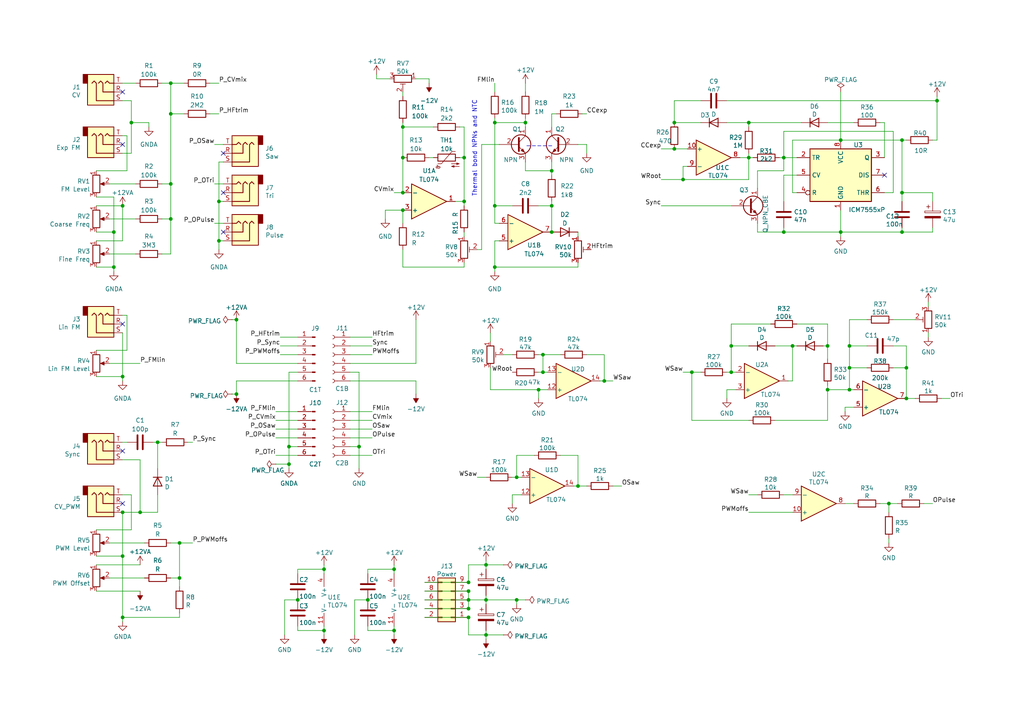
<source format=kicad_sch>
(kicad_sch (version 20210606) (generator eeschema)
  (paper "A4")
  (title_block (title "Three Wave VCO - v1") (rev "1"))
  (junction (at 33.02 67.31) (diameter 0.9144))
  (junction (at 33.02 77.47) (diameter 0.9144))
  (junction (at 35.56 59.69) (diameter 0.9144))
  (junction (at 35.56 109.22) (diameter 0.9144))
  (junction (at 35.56 148.59) (diameter 0.9144))
  (junction (at 35.56 161.29) (diameter 0.9144))
  (junction (at 35.56 179.07) (diameter 0.9144))
  (junction (at 38.1 35.56) (diameter 0.9144))
  (junction (at 40.64 148.59) (diameter 0.9144))
  (junction (at 45.72 128.27) (diameter 0.9144))
  (junction (at 49.53 24.13) (diameter 0.9144))
  (junction (at 49.53 33.02) (diameter 0.9144))
  (junction (at 49.53 53.34) (diameter 0.9144))
  (junction (at 49.53 63.5) (diameter 0.9144))
  (junction (at 52.07 157.48) (diameter 0.9144))
  (junction (at 52.07 167.64) (diameter 0.9144))
  (junction (at 63.5 58.42) (diameter 0.9144))
  (junction (at 63.5 69.85) (diameter 0.9144))
  (junction (at 68.58 92.71) (diameter 0.9144))
  (junction (at 68.58 114.3) (diameter 0.9144))
  (junction (at 83.82 129.54) (diameter 0.9144))
  (junction (at 83.82 134.62) (diameter 0.9144))
  (junction (at 86.36 173.99) (diameter 0.9144))
  (junction (at 93.98 165.1) (diameter 0.9144))
  (junction (at 93.98 182.88) (diameter 0.9144))
  (junction (at 104.14 129.54) (diameter 0.9144))
  (junction (at 106.68 173.99) (diameter 0.9144))
  (junction (at 114.3 165.1) (diameter 0.9144))
  (junction (at 114.3 182.88) (diameter 0.9144))
  (junction (at 116.84 36.83) (diameter 0.9144))
  (junction (at 116.84 45.72) (diameter 0.9144))
  (junction (at 116.84 55.88) (diameter 0.9144))
  (junction (at 116.84 60.96) (diameter 0.9144))
  (junction (at 134.62 45.72) (diameter 0.9144))
  (junction (at 134.62 58.42) (diameter 0.9144))
  (junction (at 135.89 168.91) (diameter 0.9144))
  (junction (at 135.89 171.45) (diameter 0.9144))
  (junction (at 135.89 173.99) (diameter 0.9144))
  (junction (at 135.89 176.53) (diameter 0.9144))
  (junction (at 135.89 179.07) (diameter 0.9144))
  (junction (at 140.97 163.83) (diameter 0.9144))
  (junction (at 140.97 173.99) (diameter 0.9144))
  (junction (at 140.97 184.15) (diameter 0.9144))
  (junction (at 143.51 35.56) (diameter 0.9144))
  (junction (at 143.51 59.69) (diameter 0.9144))
  (junction (at 143.51 77.47) (diameter 0.9144))
  (junction (at 149.86 138.43) (diameter 0.9144))
  (junction (at 149.86 173.99) (diameter 0.9144))
  (junction (at 152.4 35.56) (diameter 0.9144))
  (junction (at 156.21 113.03) (diameter 0.9144))
  (junction (at 157.48 102.87) (diameter 0.9144))
  (junction (at 157.48 107.95) (diameter 0.9144))
  (junction (at 160.02 49.53) (diameter 0.9144))
  (junction (at 160.02 59.69) (diameter 0.9144))
  (junction (at 160.02 67.31) (diameter 0.9144))
  (junction (at 167.64 140.97) (diameter 0.9144))
  (junction (at 175.26 110.49) (diameter 0.9144))
  (junction (at 195.58 35.56) (diameter 0.9144))
  (junction (at 195.58 43.18) (diameter 0.9144))
  (junction (at 198.12 52.07) (diameter 0.9144))
  (junction (at 200.66 107.95) (diameter 0.9144))
  (junction (at 212.09 100.33) (diameter 0.9144))
  (junction (at 212.09 107.95) (diameter 0.9144))
  (junction (at 217.17 35.56) (diameter 0.9144))
  (junction (at 217.17 45.72) (diameter 0.9144))
  (junction (at 227.33 45.72) (diameter 0.9144))
  (junction (at 227.33 67.31) (diameter 0.9144))
  (junction (at 229.87 100.33) (diameter 0.9144))
  (junction (at 240.03 100.33) (diameter 0.9144))
  (junction (at 240.03 113.03) (diameter 0.9144))
  (junction (at 243.84 40.64) (diameter 0.9144))
  (junction (at 243.84 67.31) (diameter 0.9144))
  (junction (at 246.38 100.33) (diameter 0.9144))
  (junction (at 246.38 106.68) (diameter 0.9144))
  (junction (at 246.38 113.03) (diameter 0.9144))
  (junction (at 257.81 146.05) (diameter 0.9144))
  (junction (at 261.62 40.64) (diameter 0.9144))
  (junction (at 261.62 55.88) (diameter 0.9144))
  (junction (at 261.62 67.31) (diameter 0.9144))
  (junction (at 262.89 106.68) (diameter 0.9144))
  (junction (at 262.89 115.57) (diameter 0.9144))
  (junction (at 271.78 29.21) (diameter 0.9144))
  (no_connect (at 35.56 26.67))
  (no_connect (at 35.56 41.91))
  (no_connect (at 35.56 93.98))
  (no_connect (at 35.56 130.81))
  (no_connect (at 35.56 146.05))
  (no_connect (at 64.77 44.45))
  (no_connect (at 64.77 55.88))
  (no_connect (at 64.77 67.31))
  (no_connect (at 256.54 50.8))
  (wire (pts (xy 27.94 57.15) (xy 33.02 57.15)))
  (wire (pts (xy 27.94 59.69) (xy 35.56 59.69)))
  (wire (pts (xy 27.94 67.31) (xy 33.02 67.31)))
  (wire (pts (xy 27.94 69.85) (xy 35.56 69.85)))
  (wire (pts (xy 27.94 77.47) (xy 33.02 77.47)))
  (wire (pts (xy 27.94 101.6) (xy 36.83 101.6)))
  (wire (pts (xy 27.94 153.67) (xy 38.1 153.67)))
  (wire (pts (xy 27.94 161.29) (xy 35.56 161.29)))
  (wire (pts (xy 27.94 163.83) (xy 40.64 163.83)))
  (wire (pts (xy 27.94 171.45) (xy 40.64 171.45)))
  (wire (pts (xy 31.75 53.34) (xy 39.37 53.34)))
  (wire (pts (xy 31.75 63.5) (xy 39.37 63.5)))
  (wire (pts (xy 31.75 73.66) (xy 39.37 73.66)))
  (wire (pts (xy 31.75 105.41) (xy 40.64 105.41)))
  (wire (pts (xy 31.75 157.48) (xy 41.91 157.48)))
  (wire (pts (xy 31.75 167.64) (xy 41.91 167.64)))
  (wire (pts (xy 33.02 57.15) (xy 33.02 67.31)))
  (wire (pts (xy 33.02 67.31) (xy 33.02 77.47)))
  (wire (pts (xy 33.02 77.47) (xy 33.02 78.74)))
  (wire (pts (xy 35.56 24.13) (xy 39.37 24.13)))
  (wire (pts (xy 35.56 39.37) (xy 36.83 39.37)))
  (wire (pts (xy 35.56 69.85) (xy 35.56 59.69)))
  (wire (pts (xy 35.56 96.52) (xy 35.56 109.22)))
  (wire (pts (xy 35.56 109.22) (xy 27.94 109.22)))
  (wire (pts (xy 35.56 110.49) (xy 35.56 109.22)))
  (wire (pts (xy 35.56 128.27) (xy 36.83 128.27)))
  (wire (pts (xy 35.56 148.59) (xy 40.64 148.59)))
  (wire (pts (xy 35.56 161.29) (xy 35.56 148.59)))
  (wire (pts (xy 35.56 161.29) (xy 35.56 179.07)))
  (wire (pts (xy 35.56 179.07) (xy 35.56 180.34)))
  (wire (pts (xy 35.56 179.07) (xy 52.07 179.07)))
  (wire (pts (xy 36.83 39.37) (xy 36.83 49.53)))
  (wire (pts (xy 36.83 49.53) (xy 27.94 49.53)))
  (wire (pts (xy 36.83 91.44) (xy 35.56 91.44)))
  (wire (pts (xy 36.83 101.6) (xy 36.83 91.44)))
  (wire (pts (xy 38.1 29.21) (xy 35.56 29.21)))
  (wire (pts (xy 38.1 35.56) (xy 38.1 29.21)))
  (wire (pts (xy 38.1 35.56) (xy 43.18 35.56)))
  (wire (pts (xy 38.1 44.45) (xy 35.56 44.45)))
  (wire (pts (xy 38.1 44.45) (xy 38.1 35.56)))
  (wire (pts (xy 38.1 143.51) (xy 35.56 143.51)))
  (wire (pts (xy 38.1 153.67) (xy 38.1 143.51)))
  (wire (pts (xy 40.64 133.35) (xy 35.56 133.35)))
  (wire (pts (xy 40.64 148.59) (xy 40.64 133.35)))
  (wire (pts (xy 43.18 36.83) (xy 43.18 35.56)))
  (wire (pts (xy 44.45 128.27) (xy 45.72 128.27)))
  (wire (pts (xy 45.72 128.27) (xy 45.72 135.89)))
  (wire (pts (xy 45.72 128.27) (xy 46.99 128.27)))
  (wire (pts (xy 45.72 143.51) (xy 45.72 148.59)))
  (wire (pts (xy 45.72 148.59) (xy 40.64 148.59)))
  (wire (pts (xy 46.99 53.34) (xy 49.53 53.34)))
  (wire (pts (xy 49.53 24.13) (xy 46.99 24.13)))
  (wire (pts (xy 49.53 24.13) (xy 53.34 24.13)))
  (wire (pts (xy 49.53 33.02) (xy 49.53 24.13)))
  (wire (pts (xy 49.53 33.02) (xy 49.53 53.34)))
  (wire (pts (xy 49.53 33.02) (xy 53.34 33.02)))
  (wire (pts (xy 49.53 53.34) (xy 49.53 63.5)))
  (wire (pts (xy 49.53 63.5) (xy 46.99 63.5)))
  (wire (pts (xy 49.53 63.5) (xy 49.53 73.66)))
  (wire (pts (xy 49.53 73.66) (xy 46.99 73.66)))
  (wire (pts (xy 49.53 157.48) (xy 52.07 157.48)))
  (wire (pts (xy 52.07 157.48) (xy 52.07 167.64)))
  (wire (pts (xy 52.07 157.48) (xy 55.88 157.48)))
  (wire (pts (xy 52.07 167.64) (xy 49.53 167.64)))
  (wire (pts (xy 52.07 167.64) (xy 52.07 170.18)))
  (wire (pts (xy 52.07 179.07) (xy 52.07 177.8)))
  (wire (pts (xy 54.61 128.27) (xy 55.88 128.27)))
  (wire (pts (xy 60.96 24.13) (xy 63.5 24.13)))
  (wire (pts (xy 60.96 33.02) (xy 63.5 33.02)))
  (wire (pts (xy 62.23 41.91) (xy 64.77 41.91)))
  (wire (pts (xy 62.23 53.34) (xy 64.77 53.34)))
  (wire (pts (xy 62.23 64.77) (xy 64.77 64.77)))
  (wire (pts (xy 63.5 46.99) (xy 63.5 58.42)))
  (wire (pts (xy 63.5 58.42) (xy 63.5 69.85)))
  (wire (pts (xy 63.5 58.42) (xy 64.77 58.42)))
  (wire (pts (xy 63.5 69.85) (xy 63.5 72.39)))
  (wire (pts (xy 63.5 69.85) (xy 64.77 69.85)))
  (wire (pts (xy 64.77 46.99) (xy 63.5 46.99)))
  (wire (pts (xy 67.31 92.71) (xy 68.58 92.71)))
  (wire (pts (xy 68.58 92.71) (xy 68.58 105.41)))
  (wire (pts (xy 68.58 105.41) (xy 86.36 105.41)))
  (wire (pts (xy 68.58 110.49) (xy 86.36 110.49)))
  (wire (pts (xy 68.58 114.3) (xy 67.31 114.3)))
  (wire (pts (xy 68.58 114.3) (xy 68.58 110.49)))
  (wire (pts (xy 80.01 119.38) (xy 86.36 119.38)))
  (wire (pts (xy 80.01 121.92) (xy 86.36 121.92)))
  (wire (pts (xy 80.01 124.46) (xy 86.36 124.46)))
  (wire (pts (xy 80.01 127) (xy 86.36 127)))
  (wire (pts (xy 80.01 132.08) (xy 86.36 132.08)))
  (wire (pts (xy 80.01 134.62) (xy 83.82 134.62)))
  (wire (pts (xy 81.28 97.79) (xy 86.36 97.79)))
  (wire (pts (xy 81.28 100.33) (xy 86.36 100.33)))
  (wire (pts (xy 81.28 102.87) (xy 86.36 102.87)))
  (wire (pts (xy 82.55 173.99) (xy 86.36 173.99)))
  (wire (pts (xy 82.55 184.15) (xy 82.55 173.99)))
  (wire (pts (xy 83.82 107.95) (xy 83.82 129.54)))
  (wire (pts (xy 83.82 107.95) (xy 86.36 107.95)))
  (wire (pts (xy 83.82 129.54) (xy 83.82 134.62)))
  (wire (pts (xy 83.82 129.54) (xy 86.36 129.54)))
  (wire (pts (xy 83.82 134.62) (xy 83.82 135.89)))
  (wire (pts (xy 86.36 165.1) (xy 86.36 166.37)))
  (wire (pts (xy 86.36 165.1) (xy 93.98 165.1)))
  (wire (pts (xy 86.36 181.61) (xy 86.36 182.88)))
  (wire (pts (xy 86.36 182.88) (xy 93.98 182.88)))
  (wire (pts (xy 93.98 163.83) (xy 93.98 165.1)))
  (wire (pts (xy 93.98 165.1) (xy 93.98 166.37)))
  (wire (pts (xy 93.98 182.88) (xy 93.98 181.61)))
  (wire (pts (xy 93.98 182.88) (xy 93.98 184.15)))
  (wire (pts (xy 101.6 97.79) (xy 107.95 97.79)))
  (wire (pts (xy 101.6 100.33) (xy 107.95 100.33)))
  (wire (pts (xy 101.6 102.87) (xy 107.95 102.87)))
  (wire (pts (xy 101.6 105.41) (xy 120.65 105.41)))
  (wire (pts (xy 101.6 107.95) (xy 104.14 107.95)))
  (wire (pts (xy 101.6 110.49) (xy 120.65 110.49)))
  (wire (pts (xy 101.6 119.38) (xy 107.95 119.38)))
  (wire (pts (xy 101.6 121.92) (xy 107.95 121.92)))
  (wire (pts (xy 101.6 124.46) (xy 107.95 124.46)))
  (wire (pts (xy 101.6 127) (xy 107.95 127)))
  (wire (pts (xy 101.6 129.54) (xy 104.14 129.54)))
  (wire (pts (xy 101.6 132.08) (xy 107.95 132.08)))
  (wire (pts (xy 102.87 173.99) (xy 106.68 173.99)))
  (wire (pts (xy 102.87 184.15) (xy 102.87 173.99)))
  (wire (pts (xy 104.14 107.95) (xy 104.14 129.54)))
  (wire (pts (xy 104.14 129.54) (xy 104.14 135.89)))
  (wire (pts (xy 106.68 165.1) (xy 106.68 166.37)))
  (wire (pts (xy 106.68 165.1) (xy 114.3 165.1)))
  (wire (pts (xy 106.68 181.61) (xy 106.68 182.88)))
  (wire (pts (xy 106.68 182.88) (xy 114.3 182.88)))
  (wire (pts (xy 109.22 21.59) (xy 109.22 22.86)))
  (wire (pts (xy 109.22 22.86) (xy 113.03 22.86)))
  (wire (pts (xy 111.76 60.96) (xy 116.84 60.96)))
  (wire (pts (xy 111.76 63.5) (xy 111.76 60.96)))
  (wire (pts (xy 114.3 55.88) (xy 116.84 55.88)))
  (wire (pts (xy 114.3 163.83) (xy 114.3 165.1)))
  (wire (pts (xy 114.3 165.1) (xy 114.3 166.37)))
  (wire (pts (xy 114.3 182.88) (xy 114.3 181.61)))
  (wire (pts (xy 114.3 182.88) (xy 114.3 184.15)))
  (wire (pts (xy 116.84 26.67) (xy 116.84 27.94)))
  (wire (pts (xy 116.84 35.56) (xy 116.84 36.83)))
  (wire (pts (xy 116.84 36.83) (xy 116.84 45.72)))
  (wire (pts (xy 116.84 36.83) (xy 125.73 36.83)))
  (wire (pts (xy 116.84 45.72) (xy 116.84 55.88)))
  (wire (pts (xy 116.84 60.96) (xy 116.84 64.77)))
  (wire (pts (xy 116.84 77.47) (xy 116.84 72.39)))
  (wire (pts (xy 120.65 22.86) (xy 124.46 22.86)))
  (wire (pts (xy 120.65 92.71) (xy 120.65 105.41)))
  (wire (pts (xy 120.65 114.3) (xy 120.65 110.49)))
  (wire (pts (xy 123.19 168.91) (xy 135.89 168.91)))
  (wire (pts (xy 123.19 171.45) (xy 135.89 171.45)))
  (wire (pts (xy 123.19 173.99) (xy 135.89 173.99)))
  (wire (pts (xy 123.19 176.53) (xy 135.89 176.53)))
  (wire (pts (xy 123.19 179.07) (xy 135.89 179.07)))
  (wire (pts (xy 124.46 22.86) (xy 124.46 24.13)))
  (wire (pts (xy 124.46 45.72) (xy 125.73 45.72)))
  (wire (pts (xy 133.35 36.83) (xy 134.62 36.83)))
  (wire (pts (xy 134.62 36.83) (xy 134.62 45.72)))
  (wire (pts (xy 134.62 45.72) (xy 133.35 45.72)))
  (wire (pts (xy 134.62 45.72) (xy 134.62 58.42)))
  (wire (pts (xy 134.62 58.42) (xy 132.08 58.42)))
  (wire (pts (xy 134.62 58.42) (xy 134.62 59.69)))
  (wire (pts (xy 134.62 67.31) (xy 134.62 68.58)))
  (wire (pts (xy 134.62 76.2) (xy 134.62 77.47)))
  (wire (pts (xy 134.62 77.47) (xy 116.84 77.47)))
  (wire (pts (xy 135.89 163.83) (xy 140.97 163.83)))
  (wire (pts (xy 135.89 168.91) (xy 135.89 163.83)))
  (wire (pts (xy 135.89 171.45) (xy 135.89 173.99)))
  (wire (pts (xy 135.89 173.99) (xy 135.89 176.53)))
  (wire (pts (xy 135.89 173.99) (xy 140.97 173.99)))
  (wire (pts (xy 135.89 179.07) (xy 135.89 184.15)))
  (wire (pts (xy 135.89 184.15) (xy 140.97 184.15)))
  (wire (pts (xy 138.43 72.39) (xy 139.7 72.39)))
  (wire (pts (xy 138.43 138.43) (xy 140.97 138.43)))
  (wire (pts (xy 139.7 41.91) (xy 144.78 41.91)))
  (wire (pts (xy 139.7 72.39) (xy 139.7 41.91)))
  (wire (pts (xy 140.97 162.56) (xy 140.97 163.83)))
  (wire (pts (xy 140.97 163.83) (xy 140.97 165.1)))
  (wire (pts (xy 140.97 163.83) (xy 146.05 163.83)))
  (wire (pts (xy 140.97 172.72) (xy 140.97 173.99)))
  (wire (pts (xy 140.97 173.99) (xy 140.97 175.26)))
  (wire (pts (xy 140.97 173.99) (xy 149.86 173.99)))
  (wire (pts (xy 140.97 184.15) (xy 140.97 182.88)))
  (wire (pts (xy 140.97 184.15) (xy 140.97 185.42)))
  (wire (pts (xy 140.97 184.15) (xy 146.05 184.15)))
  (wire (pts (xy 142.24 96.52) (xy 142.24 99.06)))
  (wire (pts (xy 142.24 113.03) (xy 142.24 106.68)))
  (wire (pts (xy 143.51 24.13) (xy 143.51 26.67)))
  (wire (pts (xy 143.51 34.29) (xy 143.51 35.56)))
  (wire (pts (xy 143.51 35.56) (xy 143.51 59.69)))
  (wire (pts (xy 143.51 59.69) (xy 143.51 64.77)))
  (wire (pts (xy 143.51 59.69) (xy 148.59 59.69)))
  (wire (pts (xy 143.51 64.77) (xy 144.78 64.77)))
  (wire (pts (xy 143.51 69.85) (xy 143.51 77.47)))
  (wire (pts (xy 143.51 77.47) (xy 143.51 78.74)))
  (wire (pts (xy 144.78 69.85) (xy 143.51 69.85)))
  (wire (pts (xy 146.05 102.87) (xy 148.59 102.87)))
  (wire (pts (xy 148.59 138.43) (xy 149.86 138.43)))
  (wire (pts (xy 148.59 143.51) (xy 151.13 143.51)))
  (wire (pts (xy 148.59 146.05) (xy 148.59 143.51)))
  (wire (pts (xy 149.86 132.08) (xy 154.94 132.08)))
  (wire (pts (xy 149.86 138.43) (xy 149.86 132.08)))
  (wire (pts (xy 149.86 138.43) (xy 151.13 138.43)))
  (wire (pts (xy 149.86 173.99) (xy 149.86 175.26)))
  (wire (pts (xy 149.86 173.99) (xy 152.4 173.99)))
  (wire (pts (xy 152.4 24.13) (xy 152.4 26.67)))
  (wire (pts (xy 152.4 34.29) (xy 152.4 35.56)))
  (wire (pts (xy 152.4 35.56) (xy 143.51 35.56)))
  (wire (pts (xy 152.4 35.56) (xy 152.4 36.83)))
  (wire (pts (xy 152.4 46.99) (xy 152.4 49.53)))
  (wire (pts (xy 152.4 49.53) (xy 160.02 49.53)))
  (wire (pts (xy 156.21 59.69) (xy 160.02 59.69)))
  (wire (pts (xy 156.21 107.95) (xy 157.48 107.95)))
  (wire (pts (xy 156.21 113.03) (xy 142.24 113.03)))
  (wire (pts (xy 156.21 113.03) (xy 156.21 115.57)))
  (wire (pts (xy 157.48 102.87) (xy 156.21 102.87)))
  (wire (pts (xy 157.48 102.87) (xy 162.56 102.87)))
  (wire (pts (xy 157.48 107.95) (xy 157.48 102.87)))
  (wire (pts (xy 157.48 107.95) (xy 158.75 107.95)))
  (wire (pts (xy 158.75 113.03) (xy 156.21 113.03)))
  (wire (pts (xy 160.02 33.02) (xy 160.02 36.83)))
  (wire (pts (xy 160.02 49.53) (xy 160.02 46.99)))
  (wire (pts (xy 160.02 49.53) (xy 160.02 50.8)))
  (wire (pts (xy 160.02 58.42) (xy 160.02 59.69)))
  (wire (pts (xy 160.02 59.69) (xy 160.02 67.31)))
  (wire (pts (xy 161.29 33.02) (xy 160.02 33.02)))
  (wire (pts (xy 162.56 132.08) (xy 167.64 132.08)))
  (wire (pts (xy 167.64 41.91) (xy 170.18 41.91)))
  (wire (pts (xy 167.64 67.31) (xy 167.64 68.58)))
  (wire (pts (xy 167.64 76.2) (xy 167.64 77.47)))
  (wire (pts (xy 167.64 77.47) (xy 143.51 77.47)))
  (wire (pts (xy 167.64 132.08) (xy 167.64 140.97)))
  (wire (pts (xy 167.64 140.97) (xy 166.37 140.97)))
  (wire (pts (xy 167.64 140.97) (xy 170.18 140.97)))
  (wire (pts (xy 168.91 33.02) (xy 170.18 33.02)))
  (wire (pts (xy 170.18 41.91) (xy 170.18 44.45)))
  (wire (pts (xy 170.18 102.87) (xy 175.26 102.87)))
  (wire (pts (xy 175.26 102.87) (xy 175.26 110.49)))
  (wire (pts (xy 175.26 110.49) (xy 173.99 110.49)))
  (wire (pts (xy 175.26 110.49) (xy 177.8 110.49)))
  (wire (pts (xy 177.8 140.97) (xy 180.34 140.97)))
  (wire (pts (xy 191.77 43.18) (xy 195.58 43.18)))
  (wire (pts (xy 191.77 52.07) (xy 198.12 52.07)))
  (wire (pts (xy 191.77 59.69) (xy 212.09 59.69)))
  (wire (pts (xy 195.58 29.21) (xy 203.2 29.21)))
  (wire (pts (xy 195.58 35.56) (xy 195.58 29.21)))
  (wire (pts (xy 195.58 35.56) (xy 203.2 35.56)))
  (wire (pts (xy 195.58 43.18) (xy 199.39 43.18)))
  (wire (pts (xy 198.12 48.26) (xy 199.39 48.26)))
  (wire (pts (xy 198.12 52.07) (xy 198.12 48.26)))
  (wire (pts (xy 198.12 107.95) (xy 200.66 107.95)))
  (wire (pts (xy 200.66 107.95) (xy 200.66 121.92)))
  (wire (pts (xy 200.66 121.92) (xy 217.17 121.92)))
  (wire (pts (xy 203.2 107.95) (xy 200.66 107.95)))
  (wire (pts (xy 210.82 29.21) (xy 271.78 29.21)))
  (wire (pts (xy 210.82 35.56) (xy 217.17 35.56)))
  (wire (pts (xy 210.82 107.95) (xy 212.09 107.95)))
  (wire (pts (xy 210.82 113.03) (xy 210.82 115.57)))
  (wire (pts (xy 212.09 93.98) (xy 223.52 93.98)))
  (wire (pts (xy 212.09 100.33) (xy 212.09 93.98)))
  (wire (pts (xy 212.09 100.33) (xy 217.17 100.33)))
  (wire (pts (xy 212.09 107.95) (xy 212.09 100.33)))
  (wire (pts (xy 212.09 107.95) (xy 213.36 107.95)))
  (wire (pts (xy 213.36 113.03) (xy 210.82 113.03)))
  (wire (pts (xy 214.63 45.72) (xy 217.17 45.72)))
  (wire (pts (xy 217.17 35.56) (xy 232.41 35.56)))
  (wire (pts (xy 217.17 36.83) (xy 217.17 35.56)))
  (wire (pts (xy 217.17 45.72) (xy 217.17 44.45)))
  (wire (pts (xy 217.17 45.72) (xy 217.17 52.07)))
  (wire (pts (xy 217.17 45.72) (xy 218.44 45.72)))
  (wire (pts (xy 217.17 52.07) (xy 198.12 52.07)))
  (wire (pts (xy 217.17 143.51) (xy 219.71 143.51)))
  (wire (pts (xy 217.17 148.59) (xy 229.87 148.59)))
  (wire (pts (xy 219.71 49.53) (xy 219.71 54.61)))
  (wire (pts (xy 219.71 64.77) (xy 219.71 67.31)))
  (wire (pts (xy 219.71 67.31) (xy 227.33 67.31)))
  (wire (pts (xy 224.79 100.33) (xy 229.87 100.33)))
  (wire (pts (xy 226.06 45.72) (xy 227.33 45.72)))
  (wire (pts (xy 227.33 38.1) (xy 227.33 45.72)))
  (wire (pts (xy 227.33 38.1) (xy 259.08 38.1)))
  (wire (pts (xy 227.33 45.72) (xy 227.33 49.53)))
  (wire (pts (xy 227.33 45.72) (xy 231.14 45.72)))
  (wire (pts (xy 227.33 49.53) (xy 219.71 49.53)))
  (wire (pts (xy 227.33 50.8) (xy 227.33 58.42)))
  (wire (pts (xy 227.33 66.04) (xy 227.33 67.31)))
  (wire (pts (xy 227.33 67.31) (xy 243.84 67.31)))
  (wire (pts (xy 227.33 143.51) (xy 229.87 143.51)))
  (wire (pts (xy 229.87 40.64) (xy 243.84 40.64)))
  (wire (pts (xy 229.87 55.88) (xy 229.87 40.64)))
  (wire (pts (xy 229.87 100.33) (xy 229.87 110.49)))
  (wire (pts (xy 229.87 100.33) (xy 231.14 100.33)))
  (wire (pts (xy 229.87 110.49) (xy 228.6 110.49)))
  (wire (pts (xy 231.14 50.8) (xy 227.33 50.8)))
  (wire (pts (xy 231.14 55.88) (xy 229.87 55.88)))
  (wire (pts (xy 238.76 100.33) (xy 240.03 100.33)))
  (wire (pts (xy 240.03 35.56) (xy 247.65 35.56)))
  (wire (pts (xy 240.03 93.98) (xy 231.14 93.98)))
  (wire (pts (xy 240.03 100.33) (xy 240.03 93.98)))
  (wire (pts (xy 240.03 100.33) (xy 240.03 104.14)))
  (wire (pts (xy 240.03 111.76) (xy 240.03 113.03)))
  (wire (pts (xy 240.03 113.03) (xy 240.03 121.92)))
  (wire (pts (xy 240.03 113.03) (xy 246.38 113.03)))
  (wire (pts (xy 240.03 121.92) (xy 224.79 121.92)))
  (wire (pts (xy 243.84 26.67) (xy 243.84 40.64)))
  (wire (pts (xy 243.84 40.64) (xy 261.62 40.64)))
  (wire (pts (xy 243.84 67.31) (xy 243.84 60.96)))
  (wire (pts (xy 243.84 67.31) (xy 243.84 68.58)))
  (wire (pts (xy 243.84 67.31) (xy 261.62 67.31)))
  (wire (pts (xy 245.11 118.11) (xy 247.65 118.11)))
  (wire (pts (xy 245.11 119.38) (xy 245.11 118.11)))
  (wire (pts (xy 245.11 146.05) (xy 247.65 146.05)))
  (wire (pts (xy 246.38 92.71) (xy 246.38 100.33)))
  (wire (pts (xy 246.38 100.33) (xy 251.46 100.33)))
  (wire (pts (xy 246.38 106.68) (xy 246.38 100.33)))
  (wire (pts (xy 246.38 106.68) (xy 251.46 106.68)))
  (wire (pts (xy 246.38 113.03) (xy 246.38 106.68)))
  (wire (pts (xy 246.38 113.03) (xy 247.65 113.03)))
  (wire (pts (xy 251.46 92.71) (xy 246.38 92.71)))
  (wire (pts (xy 255.27 35.56) (xy 256.54 35.56)))
  (wire (pts (xy 255.27 146.05) (xy 257.81 146.05)))
  (wire (pts (xy 256.54 35.56) (xy 256.54 45.72)))
  (wire (pts (xy 257.81 146.05) (xy 257.81 148.59)))
  (wire (pts (xy 257.81 146.05) (xy 260.35 146.05)))
  (wire (pts (xy 257.81 156.21) (xy 257.81 157.48)))
  (wire (pts (xy 259.08 38.1) (xy 259.08 55.88)))
  (wire (pts (xy 259.08 55.88) (xy 256.54 55.88)))
  (wire (pts (xy 259.08 92.71) (xy 265.43 92.71)))
  (wire (pts (xy 259.08 100.33) (xy 262.89 100.33)))
  (wire (pts (xy 261.62 40.64) (xy 261.62 55.88)))
  (wire (pts (xy 261.62 40.64) (xy 262.89 40.64)))
  (wire (pts (xy 261.62 55.88) (xy 261.62 58.42)))
  (wire (pts (xy 261.62 67.31) (xy 261.62 66.04)))
  (wire (pts (xy 261.62 67.31) (xy 270.51 67.31)))
  (wire (pts (xy 262.89 106.68) (xy 259.08 106.68)))
  (wire (pts (xy 262.89 106.68) (xy 262.89 100.33)))
  (wire (pts (xy 262.89 115.57) (xy 262.89 106.68)))
  (wire (pts (xy 262.89 115.57) (xy 265.43 115.57)))
  (wire (pts (xy 267.97 146.05) (xy 270.51 146.05)))
  (wire (pts (xy 269.24 87.63) (xy 269.24 88.9)))
  (wire (pts (xy 269.24 96.52) (xy 269.24 97.79)))
  (wire (pts (xy 270.51 55.88) (xy 261.62 55.88)))
  (wire (pts (xy 270.51 58.42) (xy 270.51 55.88)))
  (wire (pts (xy 270.51 67.31) (xy 270.51 66.04)))
  (wire (pts (xy 271.78 27.94) (xy 271.78 29.21)))
  (wire (pts (xy 271.78 29.21) (xy 271.78 40.64)))
  (wire (pts (xy 271.78 40.64) (xy 270.51 40.64)))
  (wire (pts (xy 273.05 115.57) (xy 275.59 115.57)))
  (text "Thermal bond NPNs and NTC" (at 138.43 57.15 90) (effects (font (size 1.27 1.27)) (justify left bottom)))
  (text "-----" (at 152.4 43.18 0) (effects (font (size 1.27 1.27)) (justify left bottom)))
  (label "P_FMlin" (at 40.64 105.41 0))
  (label "P_Sync" (at 55.88 128.27 0))
  (label "P_PWMoffs" (at 55.88 157.48 0))
  (label "P_OSaw" (at 62.23 41.91 180))
  (label "P_OTri" (at 62.23 53.34 180))
  (label "P_OPulse" (at 62.23 64.77 180))
  (label "P_CVmix" (at 63.5 24.13 0))
  (label "P_HFtrim" (at 63.5 33.02 0))
  (label "P_FMlin" (at 80.01 119.38 180))
  (label "P_CVmix" (at 80.01 121.92 180))
  (label "P_OSaw" (at 80.01 124.46 180))
  (label "P_OPulse" (at 80.01 127 180))
  (label "P_OTri" (at 80.01 132.08 180))
  (label "P_HFtrim" (at 81.28 97.79 180))
  (label "P_Sync" (at 81.28 100.33 180))
  (label "P_PWMoffs" (at 81.28 102.87 180))
  (label "HFtrim" (at 107.95 97.79 0))
  (label "Sync" (at 107.95 100.33 0))
  (label "PWMoffs" (at 107.95 102.87 0))
  (label "FMlin" (at 107.95 119.38 0))
  (label "CVmix" (at 107.95 121.92 0))
  (label "OSaw" (at 107.95 124.46 0))
  (label "OPulse" (at 107.95 127 0))
  (label "OTri" (at 107.95 132.08 0))
  (label "CVmix" (at 114.3 55.88 180))
  (label "WSaw" (at 138.43 138.43 180))
  (label "FMlin" (at 143.51 24.13 180))
  (label "WRoot" (at 148.59 107.95 180))
  (label "CCexp" (at 170.18 33.02 0))
  (label "HFtrim" (at 171.45 72.39 0))
  (label "WSaw" (at 177.8 110.49 0))
  (label "OSaw" (at 180.34 140.97 0))
  (label "CCexp" (at 191.77 43.18 180))
  (label "WRoot" (at 191.77 52.07 180))
  (label "Sync" (at 191.77 59.69 180))
  (label "WSaw" (at 198.12 107.95 180))
  (label "WSaw" (at 217.17 143.51 180))
  (label "PWMoffs" (at 217.17 148.59 180))
  (label "OPulse" (at 270.51 146.05 0))
  (label "OTri" (at 275.59 115.57 0))
  (symbol (lib_id "power:+12VA") (at 35.56 59.69 0) (unit 1)
    (property "Reference" "#PWR02" (effects hide))
    (property "Value" "+12VA" (at 35.56 55.88 0))
  )
  (symbol (lib_id "power:+12VA") (at 40.64 163.83 0) (unit 1)
    (property "Reference" "#PWR05" (effects hide))
    (property "Value" "+12VA" (at 40.64 160.02 0))
  )
  (symbol (lib_id "power:-12VA") (at 40.64 171.45 180) (unit 1)
    (property "Reference" "#PWR06" (effects hide))
    (property "Value" "-12VA" (at 40.64 176.53 0))
  )
  (symbol (lib_id "power:+12VA") (at 68.58 92.71 0) (unit 1)
    (property "Reference" "#PWR08" (effects hide))
    (property "Value" "+12VA" (at 68.58 89.1626 0))
  )
  (symbol (lib_id "power:-12VA") (at 68.58 114.3 180) (unit 1)
    (property "Reference" "#PWR09" (effects hide))
    (property "Value" "-12VA" (at 68.58 118.6244 0))
  )
  (symbol (lib_id "power:+12V") (at 93.98 163.83 0) (unit 1)
    (property "Reference" "#PWR012" (effects hide))
    (property "Value" "+12V" (at 93.98 160.2826 0))
  )
  (symbol (lib_id "power:-12V") (at 93.98 184.15 180) (unit 1)
    (property "Reference" "#PWR013" (effects hide))
    (property "Value" "-12V" (at 93.98 188.4744 0))
  )
  (symbol (lib_id "power:+12V") (at 109.22 21.59 0) (unit 1)
    (property "Reference" "#PWR018" (effects hide))
    (property "Value" "+12V" (at 109.22 17.78 0))
  )
  (symbol (lib_id "power:+12V") (at 114.3 163.83 0) (unit 1)
    (property "Reference" "#PWR020" (effects hide))
    (property "Value" "+12V" (at 114.3 160.2826 0))
  )
  (symbol (lib_id "power:-12V") (at 114.3 184.15 180) (unit 1)
    (property "Reference" "#PWR021" (effects hide))
    (property "Value" "-12V" (at 114.3 188.4744 0))
  )
  (symbol (lib_id "power:+12V") (at 120.65 92.71 0) (unit 1)
    (property "Reference" "#PWR016" (effects hide))
    (property "Value" "+12V" (at 120.65 89.1626 0))
  )
  (symbol (lib_id "power:-12V") (at 120.65 114.3 180) (unit 1)
    (property "Reference" "#PWR017" (effects hide))
    (property "Value" "-12V" (at 120.65 118.6244 0))
  )
  (symbol (lib_id "power:-12V") (at 124.46 24.13 180) (unit 1)
    (property "Reference" "#PWR022" (effects hide))
    (property "Value" "-12V" (at 124.46 29.21 0))
  )
  (symbol (lib_id "power:+12V") (at 140.97 162.56 0) (unit 1)
    (property "Reference" "#PWR023" (effects hide))
    (property "Value" "+12V" (at 140.97 159.0126 0))
  )
  (symbol (lib_id "power:-12V") (at 140.97 185.42 180) (unit 1)
    (property "Reference" "#PWR024" (effects hide))
    (property "Value" "-12V" (at 140.97 189.7444 0))
  )
  (symbol (lib_id "power:+12V") (at 142.24 96.52 0) (unit 1)
    (property "Reference" "#PWR025" (effects hide))
    (property "Value" "+12V" (at 142.24 92.9726 0))
  )
  (symbol (lib_id "power:+12V") (at 152.4 24.13 0) (unit 1)
    (property "Reference" "#PWR028" (effects hide))
    (property "Value" "+12V" (at 152.4 20.32 0))
  )
  (symbol (lib_id "power:+12V") (at 269.24 87.63 0) (unit 1)
    (property "Reference" "#PWR035" (effects hide))
    (property "Value" "+12V" (at 269.24 84.0826 0))
  )
  (symbol (lib_id "power:+12V") (at 271.78 27.94 0) (unit 1)
    (property "Reference" "#PWR037" (effects hide))
    (property "Value" "+12V" (at 271.78 24.3926 0))
  )
  (symbol (lib_id "power:PWR_FLAG") (at 67.31 92.71 90) (unit 1)
    (property "Reference" "#FLG0101" (effects hide))
    (property "Value" "PWR_FLAG" (at 64.135 93.0985 90) (effects (justify left)))
  )
  (symbol (lib_id "power:PWR_FLAG") (at 67.31 114.3 90) (unit 1)
    (property "Reference" "#FLG0104" (effects hide))
    (property "Value" "PWR_FLAG" (at 59.8805 114.8166 90))
  )
  (symbol (lib_id "power:PWR_FLAG") (at 80.01 134.62 90) (unit 1)
    (property "Reference" "#FLG0106" (effects hide))
    (property "Value" "PWR_FLAG" (at 77.6605 136.4066 90))
  )
  (symbol (lib_id "power:PWR_FLAG") (at 146.05 163.83 270) (unit 1)
    (property "Reference" "#FLG0103" (effects hide))
    (property "Value" "PWR_FLAG" (at 149.2251 164.2185 90) (effects (justify left)))
  )
  (symbol (lib_id "power:PWR_FLAG") (at 146.05 184.15 270) (unit 1)
    (property "Reference" "#FLG0102" (effects hide))
    (property "Value" "PWR_FLAG" (at 149.2251 184.5385 90) (effects (justify left)))
  )
  (symbol (lib_id "power:PWR_FLAG") (at 152.4 173.99 270) (unit 1)
    (property "Reference" "#FLG0105" (effects hide))
    (property "Value" "PWR_FLAG" (at 155.5751 174.3785 90) (effects (justify left)))
  )
  (symbol (lib_id "power:PWR_FLAG") (at 243.84 26.67 0) (unit 1)
    (property "Reference" "#FLG0107" (effects hide))
    (property "Value" "PWR_FLAG" (at 243.84 23.1226 0))
  )
  (symbol (lib_id "power:GNDA") (at 33.02 78.74 0) (unit 1)
    (property "Reference" "#PWR01" (effects hide))
    (property "Value" "GNDA" (at 33.02 83.82 0))
  )
  (symbol (lib_id "power:GNDA") (at 35.56 110.49 0) (unit 1)
    (property "Reference" "#PWR03" (effects hide))
    (property "Value" "GNDA" (at 35.56 115.57 0))
  )
  (symbol (lib_id "power:GNDA") (at 35.56 180.34 0) (unit 1)
    (property "Reference" "#PWR0103" (effects hide))
    (property "Value" "GNDA" (at 35.56 184.6644 0))
  )
  (symbol (lib_id "power:GNDA") (at 43.18 36.83 0) (unit 1)
    (property "Reference" "#PWR07" (effects hide))
    (property "Value" "GNDA" (at 43.18 41.91 0))
  )
  (symbol (lib_id "power:GNDA") (at 63.5 72.39 0) (unit 1)
    (property "Reference" "#PWR0104" (effects hide))
    (property "Value" "GNDA" (at 63.5 77.47 0))
  )
  (symbol (lib_id "power:GND") (at 82.55 184.15 0) (unit 1)
    (property "Reference" "#PWR010" (effects hide))
    (property "Value" "GND" (at 82.55 188.4744 0))
  )
  (symbol (lib_id "power:GNDA") (at 83.82 135.89 0) (unit 1)
    (property "Reference" "#PWR011" (effects hide))
    (property "Value" "GNDA" (at 83.82 140.2144 0))
  )
  (symbol (lib_id "power:GND") (at 102.87 184.15 0) (unit 1)
    (property "Reference" "#PWR014" (effects hide))
    (property "Value" "GND" (at 102.87 188.4744 0))
  )
  (symbol (lib_id "power:GND") (at 104.14 135.89 0) (unit 1)
    (property "Reference" "#PWR0101" (effects hide))
    (property "Value" "GND" (at 104.14 140.2144 0))
  )
  (symbol (lib_id "power:GND") (at 111.76 63.5 0) (unit 1)
    (property "Reference" "#PWR019" (effects hide))
    (property "Value" "GND" (at 111.76 68.58 0))
  )
  (symbol (lib_id "power:GND") (at 143.51 78.74 0) (unit 1)
    (property "Reference" "#PWR026" (effects hide))
    (property "Value" "GND" (at 143.51 83.82 0))
  )
  (symbol (lib_id "power:GND") (at 148.59 146.05 0) (unit 1)
    (property "Reference" "#PWR027" (effects hide))
    (property "Value" "GND" (at 148.59 150.3744 0))
  )
  (symbol (lib_id "power:GND") (at 149.86 175.26 0) (unit 1)
    (property "Reference" "#PWR0102" (effects hide))
    (property "Value" "GND" (at 149.86 179.5844 0))
  )
  (symbol (lib_id "power:GND") (at 156.21 115.57 0) (unit 1)
    (property "Reference" "#PWR029" (effects hide))
    (property "Value" "GND" (at 156.21 119.8944 0))
  )
  (symbol (lib_id "power:GND") (at 170.18 44.45 0) (unit 1)
    (property "Reference" "#PWR030" (effects hide))
    (property "Value" "GND" (at 170.18 49.53 0))
  )
  (symbol (lib_id "power:GND") (at 210.82 115.57 0) (unit 1)
    (property "Reference" "#PWR031" (effects hide))
    (property "Value" "GND" (at 210.82 119.8944 0))
  )
  (symbol (lib_id "power:GND") (at 243.84 68.58 0) (unit 1)
    (property "Reference" "#PWR033" (effects hide))
    (property "Value" "GND" (at 243.84 72.9044 0))
  )
  (symbol (lib_id "power:GND") (at 245.11 119.38 0) (unit 1)
    (property "Reference" "#PWR032" (effects hide))
    (property "Value" "GND" (at 245.11 123.7044 0))
  )
  (symbol (lib_id "power:GND") (at 257.81 157.48 0) (unit 1)
    (property "Reference" "#PWR034" (effects hide))
    (property "Value" "GND" (at 257.81 161.8044 0))
  )
  (symbol (lib_id "power:GND") (at 269.24 97.79 0) (unit 1)
    (property "Reference" "#PWR036" (effects hide))
    (property "Value" "GND" (at 269.24 102.1144 0))
  )
  (symbol (lib_id "Amplifier_Operational:TL074") (at 96.52 173.99 0) (unit 5)
    (property "Reference" "U1" (at 94.9961 173.2291 0) (effects (justify left)))
    (property "Value" "TL074" (at 94.9961 175.5278 0) (effects (justify left)))
    (property "Footprint" "Package_DIP:DIP-14_W7.62mm_Socket" (effects hide))
    (property "Datasheet" "http://www.ti.com/lit/ds/symlink/tl071.pdf" (effects hide))
  )
  (symbol (lib_id "Amplifier_Operational:TL074") (at 116.84 173.99 0) (unit 5)
    (property "Reference" "U2" (at 115.3161 173.2291 0) (effects (justify left)))
    (property "Value" "TL074" (at 115.3161 175.5278 0) (effects (justify left)))
    (property "Footprint" "Package_DIP:DIP-14_W7.62mm_Socket" (effects hide))
    (property "Datasheet" "http://www.ti.com/lit/ds/symlink/tl071.pdf" (effects hide))
  )
  (symbol (lib_id "Device:R") (at 43.18 24.13 90) (unit 1)
    (property "Reference" "R1" (at 43.18 19.05 90))
    (property "Value" "100k" (at 43.18 21.59 90))
    (property "Footprint" "Resistor_THT:R_Axial_DIN0207_L6.3mm_D2.5mm_P7.62mm_Horizontal" (effects hide))
  )
  (symbol (lib_id "Device:R") (at 43.18 53.34 90) (unit 1)
    (property "Reference" "R2" (at 43.18 48.26 90))
    (property "Value" "100k" (at 43.18 50.8 90))
    (property "Footprint" "Resistor_THT:R_Axial_DIN0207_L6.3mm_D2.5mm_P7.62mm_Horizontal" (effects hide))
  )
  (symbol (lib_id "Device:R") (at 43.18 63.5 90) (unit 1)
    (property "Reference" "R3" (at 43.18 58.42 90))
    (property "Value" "100k" (at 43.18 60.96 90))
    (property "Footprint" "Resistor_THT:R_Axial_DIN0207_L6.3mm_D2.5mm_P7.62mm_Horizontal" (effects hide))
  )
  (symbol (lib_id "Device:R") (at 43.18 73.66 90) (unit 1)
    (property "Reference" "R4" (at 43.18 68.58 90))
    (property "Value" "3M3" (at 43.18 71.12 90))
    (property "Footprint" "Resistor_THT:R_Axial_DIN0207_L6.3mm_D2.5mm_P7.62mm_Horizontal" (effects hide))
  )
  (symbol (lib_id "Device:R") (at 45.72 157.48 90) (unit 1)
    (property "Reference" "R5" (at 45.72 152.4 90))
    (property "Value" "R" (at 45.72 154.94 90))
    (property "Footprint" "Resistor_THT:R_Axial_DIN0207_L6.3mm_D2.5mm_P7.62mm_Horizontal" (effects hide))
  )
  (symbol (lib_id "Device:R") (at 45.72 167.64 90) (unit 1)
    (property "Reference" "R6" (at 45.72 162.56 90))
    (property "Value" "R" (at 45.72 165.1 90))
    (property "Footprint" "Resistor_THT:R_Axial_DIN0207_L6.3mm_D2.5mm_P7.62mm_Horizontal" (effects hide))
  )
  (symbol (lib_id "Device:R") (at 50.8 128.27 90) (unit 1)
    (property "Reference" "R7" (at 50.8 123.19 90))
    (property "Value" "R" (at 50.8 125.73 90))
    (property "Footprint" "Resistor_THT:R_Axial_DIN0207_L6.3mm_D2.5mm_P7.62mm_Horizontal" (effects hide))
  )
  (symbol (lib_id "Device:R") (at 52.07 173.99 0) (unit 1)
    (property "Reference" "R8" (at 53.8481 173.2291 0) (effects (justify left)))
    (property "Value" "R" (at 53.8481 175.5278 0) (effects (justify left)))
    (property "Footprint" "Resistor_THT:R_Axial_DIN0207_L6.3mm_D2.5mm_P7.62mm_Horizontal" (effects hide))
  )
  (symbol (lib_id "Device:R") (at 57.15 24.13 90) (unit 1)
    (property "Reference" "R9" (at 57.15 19.05 90))
    (property "Value" "0R" (at 57.15 21.59 90))
    (property "Footprint" "Resistor_THT:R_Axial_DIN0207_L6.3mm_D2.5mm_P7.62mm_Horizontal" (effects hide))
  )
  (symbol (lib_id "Device:R") (at 57.15 33.02 90) (unit 1)
    (property "Reference" "R10" (at 57.15 27.94 90))
    (property "Value" "2M2" (at 57.15 30.48 90))
    (property "Footprint" "Resistor_THT:R_Axial_DIN0207_L6.3mm_D2.5mm_P7.62mm_Horizontal" (effects hide))
  )
  (symbol (lib_id "Device:R") (at 116.84 31.75 180) (unit 1)
    (property "Reference" "R11" (at 119.38 31.1149 0) (effects (justify right)))
    (property "Value" "100k" (at 119.38 33.6549 0) (effects (justify right)))
    (property "Footprint" "Resistor_THT:R_Axial_DIN0207_L6.3mm_D2.5mm_P7.62mm_Horizontal" (effects hide))
  )
  (symbol (lib_id "Device:R") (at 116.84 68.58 0) (unit 1)
    (property "Reference" "R12" (at 119.38 67.9449 0) (effects (justify left)))
    (property "Value" "R" (at 119.38 70.4849 0) (effects (justify left)))
    (property "Footprint" "Resistor_THT:R_Axial_DIN0207_L6.3mm_D2.5mm_P7.62mm_Horizontal" (effects hide))
  )
  (symbol (lib_id "Device:R") (at 120.65 45.72 90) (unit 1)
    (property "Reference" "R13" (at 120.65 40.64 90))
    (property "Value" "10k" (at 120.65 43.18 90))
    (property "Footprint" "Resistor_THT:R_Axial_DIN0207_L6.3mm_D2.5mm_P7.62mm_Horizontal" (effects hide))
  )
  (symbol (lib_id "Device:R") (at 129.54 36.83 90) (unit 1)
    (property "Reference" "R14" (at 129.54 31.75 90))
    (property "Value" "2k2" (at 129.54 34.29 90))
    (property "Footprint" "Resistor_THT:R_Axial_DIN0207_L6.3mm_D2.5mm_P7.62mm_Horizontal" (effects hide))
  )
  (symbol (lib_id "Device:R") (at 134.62 63.5 180) (unit 1)
    (property "Reference" "R15" (at 132.08 66.04 90))
    (property "Value" "R" (at 132.08 62.23 90))
    (property "Footprint" "Resistor_THT:R_Axial_DIN0207_L6.3mm_D2.5mm_P7.62mm_Horizontal" (effects hide))
  )
  (symbol (lib_id "Device:R") (at 143.51 30.48 0) (unit 1)
    (property "Reference" "R16" (at 145.2881 29.7191 0) (effects (justify left)))
    (property "Value" "100k" (at 145.2881 32.0178 0) (effects (justify left)))
    (property "Footprint" "Resistor_THT:R_Axial_DIN0207_L6.3mm_D2.5mm_P7.62mm_Horizontal" (effects hide))
  )
  (symbol (lib_id "Device:R") (at 144.78 138.43 90) (unit 1)
    (property "Reference" "R17" (at 144.78 133.9808 90))
    (property "Value" "100k" (at 144.78 136.2795 90))
    (property "Footprint" "Resistor_THT:R_Axial_DIN0207_L6.3mm_D2.5mm_P7.62mm_Horizontal" (effects hide))
  )
  (symbol (lib_id "Device:R") (at 152.4 30.48 0) (unit 1)
    (property "Reference" "R18" (at 154.94 29.8449 0) (effects (justify left)))
    (property "Value" "1M" (at 154.94 32.3849 0) (effects (justify left)))
    (property "Footprint" "Resistor_THT:R_Axial_DIN0207_L6.3mm_D2.5mm_P7.62mm_Horizontal" (effects hide))
  )
  (symbol (lib_id "Device:R") (at 152.4 102.87 90) (unit 1)
    (property "Reference" "R19" (at 152.4 98.4208 90))
    (property "Value" "47k" (at 152.4 100.7195 90))
    (property "Footprint" "Resistor_THT:R_Axial_DIN0207_L6.3mm_D2.5mm_P7.62mm_Horizontal" (effects hide))
  )
  (symbol (lib_id "Device:R") (at 152.4 107.95 90) (unit 1)
    (property "Reference" "R20" (at 151.13 111.1208 90))
    (property "Value" "47k" (at 154.94 110.8795 90))
    (property "Footprint" "Resistor_THT:R_Axial_DIN0207_L6.3mm_D2.5mm_P7.62mm_Horizontal" (effects hide))
  )
  (symbol (lib_id "Device:R") (at 158.75 132.08 90) (unit 1)
    (property "Reference" "R21" (at 158.75 127.6308 90))
    (property "Value" "100k" (at 158.75 129.9295 90))
    (property "Footprint" "Resistor_THT:R_Axial_DIN0207_L6.3mm_D2.5mm_P7.62mm_Horizontal" (effects hide))
  )
  (symbol (lib_id "Device:R") (at 160.02 54.61 0) (unit 1)
    (property "Reference" "R22" (at 162.56 53.9749 0) (effects (justify left)))
    (property "Value" "1k8" (at 162.56 56.5149 0) (effects (justify left)))
    (property "Footprint" "Resistor_THT:R_Axial_DIN0207_L6.3mm_D2.5mm_P7.62mm_Horizontal" (effects hide))
  )
  (symbol (lib_id "Device:R") (at 165.1 33.02 90) (unit 1)
    (property "Reference" "R23" (at 165.1 27.94 90))
    (property "Value" "1k" (at 165.1 30.48 90))
    (property "Footprint" "Resistor_THT:R_Axial_DIN0207_L6.3mm_D2.5mm_P7.62mm_Horizontal" (effects hide))
  )
  (symbol (lib_id "Device:R") (at 166.37 102.87 90) (unit 1)
    (property "Reference" "R24" (at 166.37 98.4208 90))
    (property "Value" "47k" (at 166.37 100.7195 90))
    (property "Footprint" "Resistor_THT:R_Axial_DIN0207_L6.3mm_D2.5mm_P7.62mm_Horizontal" (effects hide))
  )
  (symbol (lib_id "Device:R") (at 173.99 140.97 90) (unit 1)
    (property "Reference" "R25" (at 173.99 136.5208 90))
    (property "Value" "1k" (at 173.99 138.8195 90))
    (property "Footprint" "Resistor_THT:R_Axial_DIN0207_L6.3mm_D2.5mm_P7.62mm_Horizontal" (effects hide))
  )
  (symbol (lib_id "Device:R") (at 195.58 39.37 0) (unit 1)
    (property "Reference" "R26" (at 190.2461 38.3551 0) (effects (justify left)))
    (property "Value" "470" (at 191.0081 40.9078 0) (effects (justify left)))
    (property "Footprint" "Resistor_THT:R_Axial_DIN0207_L6.3mm_D2.5mm_P7.62mm_Horizontal" (effects hide))
  )
  (symbol (lib_id "Device:R") (at 207.01 107.95 90) (unit 1)
    (property "Reference" "R27" (at 207.01 103.5008 90))
    (property "Value" "100k" (at 207.01 105.7995 90))
    (property "Footprint" "Resistor_THT:R_Axial_DIN0207_L6.3mm_D2.5mm_P7.62mm_Horizontal" (effects hide))
  )
  (symbol (lib_id "Device:R") (at 217.17 40.64 0) (unit 1)
    (property "Reference" "R29" (at 211.4297 39.8791 0) (effects (justify left)))
    (property "Value" "1M" (at 212.5981 42.1778 0) (effects (justify left)))
    (property "Footprint" "Resistor_THT:R_Axial_DIN0207_L6.3mm_D2.5mm_P7.62mm_Horizontal" (effects hide))
  )
  (symbol (lib_id "Device:R") (at 220.98 121.92 90) (unit 1)
    (property "Reference" "R30" (at 220.98 117.4708 90))
    (property "Value" "100k" (at 220.98 119.7695 90))
    (property "Footprint" "Resistor_THT:R_Axial_DIN0207_L6.3mm_D2.5mm_P7.62mm_Horizontal" (effects hide))
  )
  (symbol (lib_id "Device:R") (at 222.25 45.72 90) (unit 1)
    (property "Reference" "R31" (at 222.25 43.8108 90))
    (property "Value" "2k2" (at 222.25 46.1095 90))
    (property "Footprint" "Resistor_THT:R_Axial_DIN0207_L6.3mm_D2.5mm_P7.62mm_Horizontal" (effects hide))
  )
  (symbol (lib_id "Device:R") (at 223.52 143.51 90) (unit 1)
    (property "Reference" "R28" (at 223.52 139.0608 90))
    (property "Value" "10k" (at 223.52 141.3595 90))
    (property "Footprint" "Resistor_THT:R_Axial_DIN0207_L6.3mm_D2.5mm_P7.62mm_Horizontal" (effects hide))
  )
  (symbol (lib_id "Device:R") (at 227.33 93.98 90) (unit 1)
    (property "Reference" "R32" (at 227.33 89.5308 90))
    (property "Value" "100k" (at 227.33 91.8295 90))
    (property "Footprint" "Resistor_THT:R_Axial_DIN0207_L6.3mm_D2.5mm_P7.62mm_Horizontal" (effects hide))
  )
  (symbol (lib_id "Device:R") (at 240.03 107.95 180) (unit 1)
    (property "Reference" "R33" (at 241.8081 107.1891 0) (effects (justify right)))
    (property "Value" "50k" (at 241.8081 109.4878 0) (effects (justify right)))
    (property "Footprint" "Resistor_THT:R_Axial_DIN0207_L6.3mm_D2.5mm_P7.62mm_Horizontal" (effects hide))
  )
  (symbol (lib_id "Device:R") (at 251.46 35.56 90) (unit 1)
    (property "Reference" "R36" (at 251.46 31.1108 90))
    (property "Value" "100" (at 251.46 33.4095 90))
    (property "Footprint" "Resistor_THT:R_Axial_DIN0207_L6.3mm_D2.5mm_P7.62mm_Horizontal" (effects hide))
  )
  (symbol (lib_id "Device:R") (at 251.46 146.05 90) (unit 1)
    (property "Reference" "R34" (at 251.46 141.6008 90))
    (property "Value" "R" (at 251.46 143.8995 90))
    (property "Footprint" "Resistor_THT:R_Axial_DIN0207_L6.3mm_D2.5mm_P7.62mm_Horizontal" (effects hide))
  )
  (symbol (lib_id "Device:R") (at 255.27 92.71 90) (unit 1)
    (property "Reference" "R37" (at 255.27 88.2608 90))
    (property "Value" "150k" (at 255.27 90.5595 90))
    (property "Footprint" "Resistor_THT:R_Axial_DIN0207_L6.3mm_D2.5mm_P7.62mm_Horizontal" (effects hide))
  )
  (symbol (lib_id "Device:R") (at 255.27 106.68 90) (unit 1)
    (property "Reference" "R38" (at 255.27 104.7708 90))
    (property "Value" "200k" (at 255.27 109.6095 90))
    (property "Footprint" "Resistor_THT:R_Axial_DIN0207_L6.3mm_D2.5mm_P7.62mm_Horizontal" (effects hide))
  )
  (symbol (lib_id "Device:R") (at 257.81 152.4 0) (unit 1)
    (property "Reference" "R35" (at 259.5881 151.6391 0) (effects (justify left)))
    (property "Value" "R" (at 259.5881 153.9378 0) (effects (justify left)))
    (property "Footprint" "Resistor_THT:R_Axial_DIN0207_L6.3mm_D2.5mm_P7.62mm_Horizontal" (effects hide))
  )
  (symbol (lib_id "Device:R") (at 264.16 146.05 90) (unit 1)
    (property "Reference" "R39" (at 264.16 141.6008 90))
    (property "Value" "R" (at 264.16 143.8995 90))
    (property "Footprint" "Resistor_THT:R_Axial_DIN0207_L6.3mm_D2.5mm_P7.62mm_Horizontal" (effects hide))
  )
  (symbol (lib_id "Device:R") (at 266.7 40.64 270) (unit 1)
    (property "Reference" "R40" (at 264.9209 38.6081 90) (effects (justify left)))
    (property "Value" "10R" (at 265.1622 43.6881 90) (effects (justify left)))
    (property "Footprint" "Resistor_THT:R_Axial_DIN0207_L6.3mm_D2.5mm_P7.62mm_Horizontal" (effects hide))
  )
  (symbol (lib_id "Device:R") (at 269.24 115.57 90) (unit 1)
    (property "Reference" "R41" (at 269.24 111.1208 90))
    (property "Value" "1k" (at 269.24 113.4195 90))
    (property "Footprint" "Resistor_THT:R_Axial_DIN0207_L6.3mm_D2.5mm_P7.62mm_Horizontal" (effects hide))
  )
  (symbol (lib_id "Device:D") (at 45.72 139.7 270) (unit 1)
    (property "Reference" "D1" (at 47.7521 138.9391 90) (effects (justify left)))
    (property "Value" "D" (at 47.7521 141.2378 90) (effects (justify left)))
    (property "Footprint" "Diode_THT:D_DO-35_SOD27_P7.62mm_Horizontal" (effects hide))
  )
  (symbol (lib_id "Device:D") (at 163.83 67.31 180) (unit 1)
    (property "Reference" "D2" (at 163.83 62.23 0))
    (property "Value" "D" (at 163.83 64.77 0))
    (property "Footprint" "Diode_THT:D_DO-35_SOD27_P7.62mm_Horizontal" (effects hide))
  )
  (symbol (lib_id "Device:D") (at 207.01 35.56 0) (unit 1)
    (property "Reference" "D3" (at 204.47 33.3968 0))
    (property "Value" "D" (at 207.01 33.1555 0))
    (property "Footprint" "Diode_THT:D_DO-35_SOD27_P7.62mm_Horizontal" (effects hide))
  )
  (symbol (lib_id "Device:D") (at 220.98 100.33 0) (unit 1)
    (property "Reference" "D4" (at 220.98 95.6268 0))
    (property "Value" "D" (at 220.98 97.9255 0))
    (property "Footprint" "Diode_THT:D_DO-35_SOD27_P7.62mm_Horizontal" (effects hide))
  )
  (symbol (lib_id "Device:D") (at 234.95 100.33 0) (unit 1)
    (property "Reference" "D5" (at 234.95 95.6268 0))
    (property "Value" "D" (at 234.95 97.9255 0))
    (property "Footprint" "Diode_THT:D_DO-35_SOD27_P7.62mm_Horizontal" (effects hide))
  )
  (symbol (lib_id "Device:D") (at 236.22 35.56 0) (unit 1)
    (property "Reference" "D6" (at 236.22 30.8568 0))
    (property "Value" "D" (at 236.22 33.1555 0))
    (property "Footprint" "Diode_THT:D_DO-35_SOD27_P7.62mm_Horizontal" (effects hide))
  )
  (symbol (lib_id "Device:C") (at 40.64 128.27 90) (unit 1)
    (property "Reference" "C1" (at 40.64 121.92 90))
    (property "Value" "100p" (at 40.64 124.46 90))
    (property "Footprint" "Capacitor_THT:C_Rect_L7.0mm_W3.5mm_P5.00mm" (effects hide))
  )
  (symbol (lib_id "Device:C") (at 86.36 170.18 0) (unit 1)
    (property "Reference" "C2" (at 86.7411 168.1491 0) (effects (justify left)))
    (property "Value" "100n" (at 86.7411 172.9878 0) (effects (justify left)))
    (property "Footprint" "Capacitor_THT:C_Rect_L7.0mm_W3.5mm_P5.00mm" (effects hide))
  )
  (symbol (lib_id "Device:C") (at 86.36 177.8 0) (unit 1)
    (property "Reference" "C3" (at 86.7411 175.7691 0) (effects (justify left)))
    (property "Value" "100n" (at 86.7411 180.6078 0) (effects (justify left)))
    (property "Footprint" "Capacitor_THT:C_Rect_L7.0mm_W3.5mm_P5.00mm" (effects hide))
  )
  (symbol (lib_id "Device:C") (at 106.68 170.18 0) (unit 1)
    (property "Reference" "C4" (at 107.0611 168.1491 0) (effects (justify left)))
    (property "Value" "100n" (at 107.0611 172.9878 0) (effects (justify left)))
    (property "Footprint" "Capacitor_THT:C_Rect_L7.0mm_W3.5mm_P5.00mm" (effects hide))
  )
  (symbol (lib_id "Device:C") (at 106.68 177.8 0) (unit 1)
    (property "Reference" "C5" (at 107.0611 175.7691 0) (effects (justify left)))
    (property "Value" "100n" (at 107.0611 180.6078 0) (effects (justify left)))
    (property "Footprint" "Capacitor_THT:C_Rect_L7.0mm_W3.5mm_P5.00mm" (effects hide))
  )
  (symbol (lib_id "Device:CP") (at 140.97 168.91 0) (unit 1)
    (property "Reference" "C6" (at 143.8911 168.1491 0) (effects (justify left)))
    (property "Value" "47u" (at 143.8911 170.4478 0) (effects (justify left)))
    (property "Footprint" "Capacitor_THT:CP_Radial_D6.3mm_P2.50mm" (effects hide))
  )
  (symbol (lib_id "Device:CP") (at 140.97 179.07 0) (unit 1)
    (property "Reference" "C7" (at 143.8911 178.3091 0) (effects (justify left)))
    (property "Value" "47u" (at 143.8911 180.6078 0) (effects (justify left)))
    (property "Footprint" "Capacitor_THT:CP_Radial_D6.3mm_P2.50mm" (effects hide))
  )
  (symbol (lib_id "Device:C") (at 152.4 59.69 90) (unit 1)
    (property "Reference" "C8" (at 152.4 53.34 90))
    (property "Value" "2n2" (at 152.4 55.88 90))
    (property "Footprint" "Capacitor_THT:C_Rect_L7.0mm_W3.5mm_P5.00mm" (effects hide))
  )
  (symbol (lib_id "Device:C") (at 207.01 29.21 90) (unit 1)
    (property "Reference" "C9" (at 207.01 23.6178 90))
    (property "Value" "4n7" (at 207.01 25.9165 90))
    (property "Footprint" "Capacitor_THT:C_Rect_L7.0mm_W3.5mm_P5.00mm" (effects hide))
  )
  (symbol (lib_id "Device:C") (at 227.33 62.23 0) (unit 1)
    (property "Reference" "C10" (at 230.2511 61.4691 0) (effects (justify left)))
    (property "Value" "47n" (at 230.2511 63.7678 0) (effects (justify left)))
    (property "Footprint" "Capacitor_THT:C_Rect_L7.0mm_W3.5mm_P5.00mm" (effects hide))
  )
  (symbol (lib_id "Device:C") (at 255.27 100.33 90) (unit 1)
    (property "Reference" "C11" (at 252.73 97.2778 90))
    (property "Value" "47p" (at 259.08 98.3065 90))
    (property "Footprint" "Capacitor_THT:C_Rect_L7.0mm_W3.5mm_P5.00mm" (effects hide))
  )
  (symbol (lib_id "Device:C") (at 261.62 62.23 0) (unit 1)
    (property "Reference" "C12" (at 256.9211 62.7391 0) (effects (justify left)))
    (property "Value" "100n" (at 256.9211 65.0378 0) (effects (justify left)))
    (property "Footprint" "Capacitor_THT:C_Rect_L7.0mm_W3.5mm_P5.00mm" (effects hide))
  )
  (symbol (lib_id "Device:CP") (at 270.51 62.23 0) (unit 1)
    (property "Reference" "C13" (at 273.4311 61.4691 0) (effects (justify left)))
    (property "Value" "47u" (at 273.4311 63.7678 0) (effects (justify left)))
    (property "Footprint" "Capacitor_THT:CP_Radial_D6.3mm_P2.50mm" (effects hide))
  )
  (symbol (lib_id "Device:Thermistor_NTC") (at 129.54 45.72 90) (unit 1)
    (property "Reference" "TH1" (at 129.54 40.64 90))
    (property "Value" "10k" (at 129.54 43.18 90))
    (property "Footprint" "Resistor_THT:R_Axial_DIN0207_L6.3mm_D2.5mm_P2.54mm_Vertical" (effects hide))
  )
  (symbol (lib_id "Device:R_POT") (at 27.94 53.34 0) (unit 1)
    (property "Reference" "RV1" (at 26.162 52.5791 0) (effects (justify right)))
    (property "Value" "FM Level" (at 26.162 54.8778 0) (effects (justify right)))
    (property "Footprint" "Potentiometer_THT:Potentiometer_Alpha_RD901F-40-00D_Single_Vertical" (effects hide))
  )
  (symbol (lib_id "Device:R_POT") (at 27.94 63.5 0) (unit 1)
    (property "Reference" "RV2" (at 26.1619 62.7391 0) (effects (justify right)))
    (property "Value" "Coarse Freq" (at 26.1619 65.0378 0) (effects (justify right)))
    (property "Footprint" "Potentiometer_THT:Potentiometer_Alpha_RD901F-40-00D_Single_Vertical" (effects hide))
  )
  (symbol (lib_id "Device:R_POT") (at 27.94 73.66 0) (unit 1)
    (property "Reference" "RV3" (at 26.1619 72.8991 0) (effects (justify right)))
    (property "Value" "Fine Freq" (at 26.1619 75.1978 0) (effects (justify right)))
    (property "Footprint" "Potentiometer_THT:Potentiometer_Alpha_RD901F-40-00D_Single_Vertical" (effects hide))
  )
  (symbol (lib_id "Device:R_POT") (at 27.94 105.41 0) (unit 1)
    (property "Reference" "RV4" (at 26.1619 104.6491 0) (effects (justify right)))
    (property "Value" "Lin FM Level" (at 26.1619 106.9478 0) (effects (justify right)))
    (property "Footprint" "Potentiometer_THT:Potentiometer_Alpha_RD901F-40-00D_Single_Vertical" (effects hide))
  )
  (symbol (lib_id "Device:R_POT") (at 27.94 157.48 0) (unit 1)
    (property "Reference" "RV5" (at 26.1619 156.7191 0) (effects (justify right)))
    (property "Value" "PWM Level" (at 26.1619 159.0178 0) (effects (justify right)))
    (property "Footprint" "Potentiometer_THT:Potentiometer_Alpha_RD901F-40-00D_Single_Vertical" (effects hide))
  )
  (symbol (lib_id "Device:R_POT") (at 27.94 167.64 0) (unit 1)
    (property "Reference" "RV6" (at 26.1619 166.8791 0) (effects (justify right)))
    (property "Value" "PWM Offset" (at 26.1619 169.1778 0) (effects (justify right)))
    (property "Footprint" "Potentiometer_THT:Potentiometer_Alpha_RD901F-40-00D_Single_Vertical" (effects hide))
  )
  (symbol (lib_id "Device:R_POT_TRIM") (at 116.84 22.86 270) (unit 1)
    (property "Reference" "RV7" (at 116.84 18.4108 90))
    (property "Value" "50k" (at 116.84 20.7095 90))
    (property "Footprint" "Potentiometer_THT:Potentiometer_Bourns_3296W_Vertical" (effects hide))
  )
  (symbol (lib_id "Device:R_POT_TRIM") (at 134.62 72.39 0) (unit 1)
    (property "Reference" "RV8" (at 132.842 71.6291 0) (effects (justify right)))
    (property "Value" "50k" (at 132.842 73.9278 0) (effects (justify right)))
    (property "Footprint" "Potentiometer_THT:Potentiometer_Bourns_3296W_Vertical" (effects hide))
  )
  (symbol (lib_id "Device:R_POT_TRIM") (at 142.24 102.87 0) (unit 1)
    (property "Reference" "RV9" (at 140.462 102.1091 0) (effects (justify right)))
    (property "Value" "50k" (at 140.462 104.4078 0) (effects (justify right)))
    (property "Footprint" "Potentiometer_THT:Potentiometer_Bourns_3296W_Vertical" (effects hide))
  )
  (symbol (lib_id "Device:R_POT_TRIM") (at 167.64 72.39 0) (unit 1)
    (property "Reference" "RV10" (at 165.862 71.6291 0) (effects (justify right)))
    (property "Value" "50k" (at 165.862 73.9278 0) (effects (justify right)))
    (property "Footprint" "Potentiometer_THT:Potentiometer_Bourns_3296W_Vertical" (effects hide))
  )
  (symbol (lib_id "Device:R_POT_TRIM") (at 269.24 92.71 180) (unit 1)
    (property "Reference" "RV11" (at 271.0181 91.9491 0) (effects (justify right)))
    (property "Value" "50k" (at 271.0181 94.2478 0) (effects (justify right)))
    (property "Footprint" "Potentiometer_THT:Potentiometer_Bourns_3296W_Vertical" (effects hide))
  )
  (symbol (lib_id "Connector:Conn_01x06_Male") (at 91.44 102.87 0) (mirror y) (unit 1)
    (property "Reference" "J9" (at 91.44 95.25 0))
    (property "Value" "C1T" (at 91.44 113.03 0))
    (property "Footprint" "Connector_PinHeader_2.54mm:PinHeader_1x06_P2.54mm_Vertical" (effects hide))
  )
  (symbol (lib_id "Connector:Conn_01x06_Male") (at 91.44 124.46 0) (mirror y) (unit 1)
    (property "Reference" "J10" (at 91.44 116.84 0))
    (property "Value" "C2T" (at 91.44 134.62 0))
    (property "Footprint" "Connector_PinHeader_2.54mm:PinHeader_1x06_P2.54mm_Vertical" (effects hide))
  )
  (symbol (lib_id "Connector:Conn_01x06_Female") (at 96.52 102.87 0) (mirror y) (unit 1)
    (property "Reference" "J11" (at 99.2124 95.1696 0))
    (property "Value" "C1B" (at 99.2124 112.7083 0))
    (property "Footprint" "Connector_PinSocket_2.54mm:PinSocket_1x06_P2.54mm_Vertical" (effects hide))
  )
  (symbol (lib_id "Connector:Conn_01x06_Female") (at 96.52 124.46 0) (mirror y) (unit 1)
    (property "Reference" "J12" (at 99.2124 116.7596 0))
    (property "Value" "C2B" (at 99.2124 134.2983 0))
    (property "Footprint" "Connector_PinSocket_2.54mm:PinSocket_1x06_P2.54mm_Vertical" (effects hide))
  )
  (symbol (lib_id "Device:Q_NPN_CBE") (at 149.86 41.91 0) (unit 1)
    (property "Reference" "Q1" (at 148.59 37.4649 0) (effects (justify left)))
    (property "Value" "NPN" (at 146.05 46.3549 0) (effects (justify left)))
    (property "Footprint" "Package_TO_SOT_THT:TO-92_Inline" (effects hide))
  )
  (symbol (lib_id "Device:Q_NPN_CBE") (at 162.56 41.91 0) (mirror y) (unit 1)
    (property "Reference" "Q2" (at 163.83 37.4649 0) (effects (justify left)))
    (property "Value" "NPN" (at 166.37 46.3549 0) (effects (justify left)))
    (property "Footprint" "Package_TO_SOT_THT:TO-92_Inline" (effects hide))
  )
  (symbol (lib_id "Device:Q_NPN_CBE") (at 217.17 59.69 0) (unit 1)
    (property "Reference" "Q3" (at 214.4015 55.1191 0) (effects (justify left)))
    (property "Value" "Q_NPN_CBE" (at 222.0215 67.5778 90) (effects (justify left)))
    (property "Footprint" "Package_TO_SOT_THT:TO-92_Inline" (effects hide))
  )
  (symbol (lib_id "Connector:AudioJack3") (at 30.48 26.67 0) (mirror x) (unit 1)
    (property "Reference" "J1" (at 23.3679 25.2741 0) (effects (justify right)))
    (property "Value" "CV" (at 23.3679 27.5728 0) (effects (justify right)))
    (property "Footprint" "Connector_Audio:Jack_3.5mm_QingPu_WQP-PJ398SM_Vertical_CircularHoles" (effects hide))
  )
  (symbol (lib_id "Connector:AudioJack3") (at 30.48 41.91 0) (mirror x) (unit 1)
    (property "Reference" "J2" (at 23.3679 40.5141 0) (effects (justify right)))
    (property "Value" "Exp FM" (at 23.3679 42.8128 0) (effects (justify right)))
    (property "Footprint" "Connector_Audio:Jack_3.5mm_QingPu_WQP-PJ398SM_Vertical_CircularHoles" (effects hide))
  )
  (symbol (lib_id "Connector:AudioJack3") (at 30.48 93.98 0) (mirror x) (unit 1)
    (property "Reference" "J3" (at 23.368 92.5841 0) (effects (justify right)))
    (property "Value" "Lin FM" (at 23.368 94.8828 0) (effects (justify right)))
    (property "Footprint" "Connector_Audio:Jack_3.5mm_QingPu_WQP-PJ398SM_Vertical_CircularHoles" (effects hide))
  )
  (symbol (lib_id "Connector:AudioJack3") (at 30.48 130.81 0) (mirror x) (unit 1)
    (property "Reference" "J4" (at 23.3679 129.4141 0) (effects (justify right)))
    (property "Value" "Sync" (at 23.3679 131.7128 0) (effects (justify right)))
    (property "Footprint" "Connector_Audio:Jack_3.5mm_QingPu_WQP-PJ398SM_Vertical_CircularHoles" (effects hide))
  )
  (symbol (lib_id "Connector:AudioJack3") (at 30.48 146.05 0) (mirror x) (unit 1)
    (property "Reference" "J5" (at 23.3679 144.6541 0) (effects (justify right)))
    (property "Value" "CV_PWM" (at 23.3679 146.9528 0) (effects (justify right)))
    (property "Footprint" "Connector_Audio:Jack_3.5mm_QingPu_WQP-PJ398SM_Vertical_CircularHoles" (effects hide))
  )
  (symbol (lib_id "Connector:AudioJack3") (at 69.85 44.45 180) (unit 1)
    (property "Reference" "J6" (at 76.9621 43.0541 0) (effects (justify right)))
    (property "Value" "Saw" (at 76.9621 45.3528 0) (effects (justify right)))
    (property "Footprint" "Connector_Audio:Jack_3.5mm_QingPu_WQP-PJ398SM_Vertical_CircularHoles" (effects hide))
  )
  (symbol (lib_id "Connector:AudioJack3") (at 69.85 55.88 180) (unit 1)
    (property "Reference" "J7" (at 76.9621 54.4841 0) (effects (justify right)))
    (property "Value" "Tri" (at 76.9621 56.7828 0) (effects (justify right)))
    (property "Footprint" "Connector_Audio:Jack_3.5mm_QingPu_WQP-PJ398SM_Vertical_CircularHoles" (effects hide))
  )
  (symbol (lib_id "Connector:AudioJack3") (at 69.85 67.31 180) (unit 1)
    (property "Reference" "J8" (at 76.9621 65.9141 0) (effects (justify right)))
    (property "Value" "Pulse" (at 76.9621 68.2128 0) (effects (justify right)))
    (property "Footprint" "Connector_Audio:Jack_3.5mm_QingPu_WQP-PJ398SM_Vertical_CircularHoles" (effects hide))
  )
  (symbol (lib_id "Amplifier_Operational:TL074") (at 124.46 58.42 0) (mirror x) (unit 1)
    (property "Reference" "U1" (at 124.46 49.53 0))
    (property "Value" "TL074" (at 124.46 52.07 0))
    (property "Footprint" "Package_DIP:DIP-14_W7.62mm_Socket" (effects hide))
    (property "Datasheet" "http://www.ti.com/lit/ds/symlink/tl071.pdf" (effects hide))
  )
  (symbol (lib_id "Amplifier_Operational:TL074") (at 152.4 67.31 0) (mirror x) (unit 2)
    (property "Reference" "U1" (at 154.94 71.12 0))
    (property "Value" "TL074" (at 154.94 73.66 0))
    (property "Footprint" "Package_DIP:DIP-14_W7.62mm_Socket" (effects hide))
    (property "Datasheet" "http://www.ti.com/lit/ds/symlink/tl071.pdf" (effects hide))
  )
  (symbol (lib_id "Amplifier_Operational:TL074") (at 158.75 140.97 0) (mirror x) (unit 4)
    (property "Reference" "U1" (at 160.02 136.2668 0))
    (property "Value" "TL074" (at 161.29 144.9155 0))
    (property "Footprint" "Package_DIP:DIP-14_W7.62mm_Socket" (effects hide))
    (property "Datasheet" "http://www.ti.com/lit/ds/symlink/tl071.pdf" (effects hide))
  )
  (symbol (lib_id "Amplifier_Operational:TL074") (at 166.37 110.49 0) (mirror x) (unit 4)
    (property "Reference" "U2" (at 167.64 107.0568 0))
    (property "Value" "TL074" (at 167.64 115.7055 0))
    (property "Footprint" "Package_DIP:DIP-14_W7.62mm_Socket" (effects hide))
    (property "Datasheet" "http://www.ti.com/lit/ds/symlink/tl071.pdf" (effects hide))
  )
  (symbol (lib_id "Amplifier_Operational:TL074") (at 207.01 45.72 0) (unit 3)
    (property "Reference" "U1" (at 209.55 48.6368 0))
    (property "Value" "TL074" (at 208.28 50.9355 0))
    (property "Footprint" "Package_DIP:DIP-14_W7.62mm_Socket" (effects hide))
    (property "Datasheet" "http://www.ti.com/lit/ds/symlink/tl071.pdf" (effects hide))
  )
  (symbol (lib_id "Amplifier_Operational:TL074") (at 220.98 110.49 0) (mirror x) (unit 1)
    (property "Reference" "U2" (at 220.98 105.7868 0))
    (property "Value" "TL074" (at 223.52 114.4355 0))
    (property "Footprint" "Package_DIP:DIP-14_W7.62mm_Socket" (effects hide))
    (property "Datasheet" "http://www.ti.com/lit/ds/symlink/tl071.pdf" (effects hide))
  )
  (symbol (lib_id "Amplifier_Operational:TL074") (at 237.49 146.05 0) (mirror x) (unit 3)
    (property "Reference" "U2" (at 237.49 137.5368 0))
    (property "Value" "TL074" (at 237.49 139.8355 0))
    (property "Footprint" "Package_DIP:DIP-14_W7.62mm_Socket" (effects hide))
    (property "Datasheet" "http://www.ti.com/lit/ds/symlink/tl071.pdf" (effects hide))
  )
  (symbol (lib_id "Amplifier_Operational:TL074") (at 255.27 115.57 0) (mirror x) (unit 2)
    (property "Reference" "U2" (at 256.54 112.1368 0))
    (property "Value" "TL074" (at 257.81 119.5155 0))
    (property "Footprint" "Package_DIP:DIP-14_W7.62mm_Socket" (effects hide))
    (property "Datasheet" "http://www.ti.com/lit/ds/symlink/tl071.pdf" (effects hide))
  )
  (symbol (lib_id "Connector_Generic:Conn_02x05_Odd_Even") (at 130.81 173.99 180) (unit 1)
    (property "Reference" "J13" (at 129.54 164.2068 0))
    (property "Value" "Power" (at 129.54 166.5055 0))
    (property "Footprint" "Connector_IDC:IDC-Header_2x05_P2.54mm_Vertical" (effects hide))
  )
  (symbol (lib_id "Timer:ICM7555xP") (at 243.84 50.8 0) (unit 1)
    (property "Reference" "U3" (at 248.92 42.0328 0))
    (property "Value" "ICM7555xP" (at 251.46 60.8415 0))
    (property "Footprint" "Package_DIP:DIP-8_W7.62mm" (effects hide))
    (property "Datasheet" "http://www.intersil.com/content/dam/Intersil/documents/icm7/icm7555-56.pdf" (effects hide))
  )
)
</source>
